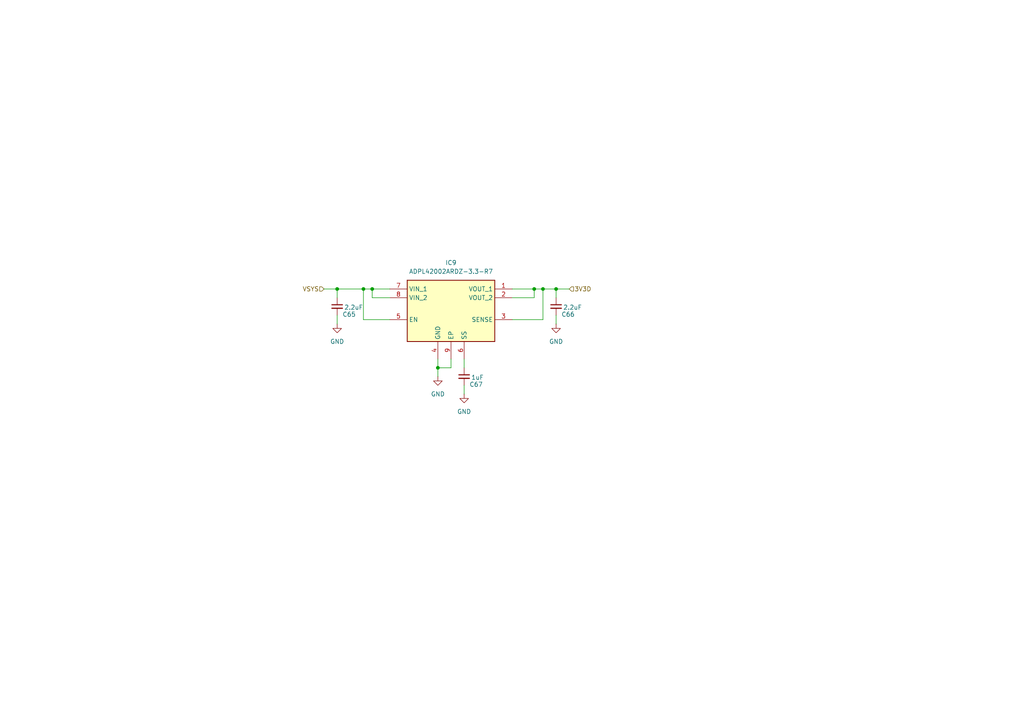
<source format=kicad_sch>
(kicad_sch (version 20250114) (generator "eeschema") (generator_version "9.0")
  (paper "A4")
  (lib_symbols
    (symbol "ADPL42002ARDZ-3_3-R7:ADPL42002ARDZ-3.3-R7"
      (property "Reference" "IC9" (at 17.78 7.62 0))
      (property "Value" "ADPL42002ARDZ-3.3-R7" (at 17.78 5.08 0))
      (symbol "ADPL42002ARDZ-3.3-R7_1_1"
        (rectangle (start 5.08 2.54) (end 30.48 -15.24) (stroke (width 0.254)) (fill (type background)))
        (pin passive line (at 0 0 0) (length 5.08) (name "VIN_1") (number "7"))
        (pin passive line (at 0 -2.54 0) (length 5.08) (name "VIN_2") (number "8"))
        (pin passive line (at 0 -8.89 0) (length 5.08) (name "EN") (number "5"))
        (pin passive line (at 13.97 -20.32 90) (length 5.08) (name "GND") (number "4"))
        (pin passive line (at 17.78 -20.32 90) (length 5.08) (name "EP") (number "9"))
        (pin passive line (at 21.59 -20.32 90) (length 5.08) (name "SS") (number "6"))
        (pin passive line (at 35.56 0 180) (length 5.08) (name "VOUT_1") (number "1"))
        (pin passive line (at 35.56 -2.54 180) (length 5.08) (name "VOUT_2") (number "2"))
        (pin passive line (at 35.56 -8.89 180) (length 5.08) (name "SENSE") (number "3"))
      )
    )
    (symbol "Device:C_Small" (pin_numbers (hide yes)) (pin_names (offset 0.254) (hide yes))
      (property "Reference" "C" (at 0.254 1.778 0))
      (property "Value" "C_Small" (at 0.254 -2.032 0))
      (symbol "C_Small_0_1"
        (polyline (pts (xy -1.524 0.508) (xy 1.524 0.508)) (stroke (width 0.3048)))
        (polyline (pts (xy -1.524 -0.508) (xy 1.524 -0.508)) (stroke (width 0.3302)))
      )
      (symbol "C_Small_1_1"
        (pin passive line (at 0 2.54 270) (length 2.032) (name "~") (number "1"))
        (pin passive line (at 0 -2.54 90) (length 2.032) (name "~") (number "2"))
      )
    )
    (symbol "power:GND" (power) (pin_numbers (hide yes)) (pin_names (offset 0) (hide yes))
      (property "Value" "GND" (at 0 -3.81 0))
      (symbol "GND_0_1"
        (polyline (pts (xy 0 0) (xy 0 -1.27) (xy 1.27 -1.27) (xy 0 -2.54) (xy -1.27 -1.27) (xy 0 -1.27)))
      )
      (symbol "GND_1_1"
        (pin power_in line (at 0 0 270) (length 0) (name "~") (number "1"))
      )
    )
  )
  (junction (at 154.94 83.82))
  (junction (at 105.41 83.82))
  (junction (at 127 106.68))
  (junction (at 161.29 83.82))
  (junction (at 157.48 83.82))
  (junction (at 97.79 83.82))
  (junction (at 107.95 83.82))
  (wire (pts (xy 113.03 92.71) (xy 105.41 92.71)))
  (wire (pts (xy 130.81 104.14) (xy 130.81 106.68)))
  (wire (pts (xy 93.98 83.82) (xy 97.79 83.82)))
  (wire (pts (xy 148.59 92.71) (xy 157.48 92.71)))
  (wire (pts (xy 105.41 92.71) (xy 105.41 83.82)))
  (wire (pts (xy 127 106.68) (xy 130.81 106.68)))
  (wire (pts (xy 134.62 104.14) (xy 134.62 106.68)))
  (wire (pts (xy 161.29 91.44) (xy 161.29 93.98)))
  (wire (pts (xy 97.79 83.82) (xy 105.41 83.82)))
  (wire (pts (xy 134.62 111.76) (xy 134.62 114.3)))
  (wire (pts (xy 157.48 83.82) (xy 161.29 83.82)))
  (wire (pts (xy 154.94 83.82) (xy 157.48 83.82)))
  (wire (pts (xy 113.03 86.36) (xy 107.95 86.36)))
  (wire (pts (xy 97.79 91.44) (xy 97.79 93.98)))
  (wire (pts (xy 154.94 86.36) (xy 148.59 86.36)))
  (wire (pts (xy 105.41 83.82) (xy 107.95 83.82)))
  (wire (pts (xy 127 104.14) (xy 127 106.68)))
  (wire (pts (xy 127 106.68) (xy 127 109.22)))
  (wire (pts (xy 161.29 86.36) (xy 161.29 83.82)))
  (wire (pts (xy 148.59 83.82) (xy 154.94 83.82)))
  (wire (pts (xy 107.95 83.82) (xy 113.03 83.82)))
  (wire (pts (xy 161.29 83.82) (xy 165.1 83.82)))
  (wire (pts (xy 154.94 83.82) (xy 154.94 86.36)))
  (wire (pts (xy 107.95 86.36) (xy 107.95 83.82)))
  (wire (pts (xy 97.79 86.36) (xy 97.79 83.82)))
  (wire (pts (xy 157.48 92.71) (xy 157.48 83.82)))
  (hierarchical_label "VSYS" (shape input) (at 93.98 83.82 180))
  (hierarchical_label "3V3D" (shape input) (at 165.1 83.82 0))
  (symbol (lib_id "Device:C_Small") (at 97.79 88.9 0) (unit 1)
    (property "Reference" "C65" (at 99.314 91.186 0) (effects (justify left)))
    (property "Value" "2.2uF" (at 99.822 89.154 0) (effects (justify left)))
    (property "Footprint" "Capacitor_SMD:C_0805_2012Metric" (effects (hide yes)))
    (property "Description" "Unpolarized capacitor, small symbol" (effects (hide yes)))
  )
  (symbol (lib_id "Device:C_Small") (at 161.29 88.9 0) (unit 1)
    (property "Reference" "C66" (at 162.814 91.186 0) (effects (justify left)))
    (property "Value" "2.2uF" (at 163.322 89.154 0) (effects (justify left)))
    (property "Footprint" "Capacitor_SMD:C_0805_2012Metric" (effects (hide yes)))
    (property "Description" "Unpolarized capacitor, small symbol" (effects (hide yes)))
  )
  (symbol (lib_id "power:GND") (at 97.79 93.98 0) (unit 1)
    (property "Reference" "#PWR082" (effects (hide yes)))
    (property "Value" "GND" (at 97.79 99.06 0))
    (property "Description" "Power symbol creates a global label with name \"GND\" , ground" (effects (hide yes)))
  )
  (symbol (lib_id "power:GND") (at 161.29 93.98 0) (unit 1)
    (property "Reference" "#PWR083" (effects (hide yes)))
    (property "Value" "GND" (at 161.29 99.06 0))
    (property "Description" "Power symbol creates a global label with name \"GND\" , ground" (effects (hide yes)))
  )
  (symbol (lib_id "Device:C_Small") (at 134.62 109.22 0) (unit 1)
    (property "Reference" "C67" (at 136.144 111.506 0) (effects (justify left)))
    (property "Value" "1uF" (at 136.652 109.474 0) (effects (justify left)))
    (property "Footprint" "Capacitor_SMD:C_0805_2012Metric" (effects (hide yes)))
    (property "Description" "Unpolarized capacitor, small symbol" (effects (hide yes)))
  )
  (symbol (lib_id "power:GND") (at 134.62 114.3 0) (unit 1)
    (property "Reference" "#PWR0103" (effects (hide yes)))
    (property "Value" "GND" (at 134.62 119.38 0))
    (property "Description" "Power symbol creates a global label with name \"GND\" , ground" (effects (hide yes)))
  )
  (symbol (lib_id "ADPL42002ARDZ-3_3-R7:ADPL42002ARDZ-3.3-R7") (at 113.03 83.82 0) (unit 1)
    (property "Reference" "IC9" (at 130.81 76.2 0))
    (property "Value" "ADPL42002ARDZ-3.3-R7" (at 130.81 78.74 0))
    (property "Footprint" "ADPL42002ARDZ-3.3-R7:SOIC127P600X175-9N" (effects (hide yes)))
    (property "Datasheet" "https://www.analog.com/media/en/technical-documentation/data-sheets/adpl42002.pdf" (effects (hide yes)))
    (property "Description" "20V, 200mA, Low Noise, CMOS LDO Linear Regulator" (effects (hide yes)))
    (property "Height" "1.75" (effects (hide yes)))
    (property "Manufacturer_Name" "Analog Devices" (effects (hide yes)))
    (property "Manufacturer_Part_Number" "ADPL42002ARDZ-3.3-R7" (effects (hide yes)))
  )
  (symbol (lib_id "power:GND") (at 127 109.22 0) (unit 1)
    (property "Reference" "#PWR0102" (effects (hide yes)))
    (property "Value" "GND" (at 127 114.3 0))
    (property "Description" "Power symbol creates a global label with name \"GND\" , ground" (effects (hide yes)))
  )
)
</source>
